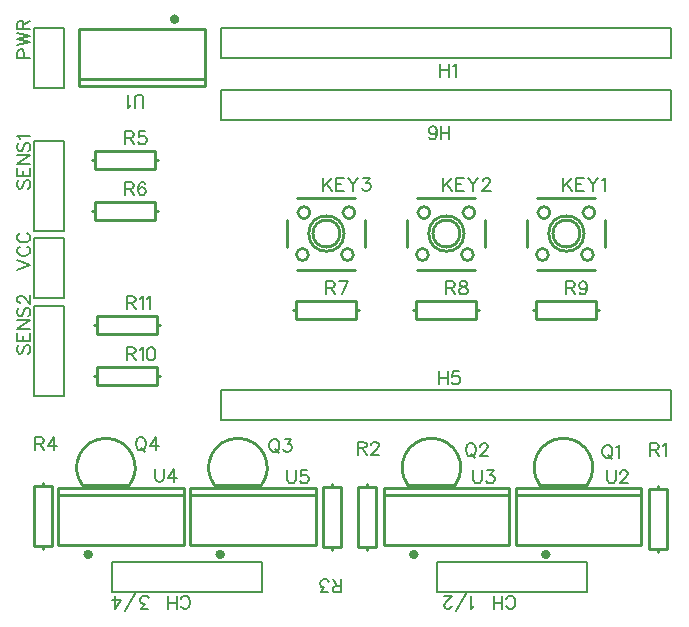
<source format=gto>
G04 Layer: TopSilkscreenLayer*
G04 EasyEDA v6.5.22, 2023-04-12 12:18:29*
G04 Gerber Generator version 0.2*
G04 Scale: 100 percent, Rotated: No, Reflected: No *
G04 Dimensions in millimeters *
G04 leading zeros omitted , absolute positions ,4 integer and 5 decimal *
%FSLAX45Y45*%
%MOMM*%

%ADD10C,0.1524*%
%ADD11C,0.2032*%
%ADD12C,0.2030*%
%ADD13C,0.2030*%
%ADD14C,0.2540*%
%ADD15C,0.4000*%
%ADD16C,0.0159*%

%LPD*%
D10*
X6716522Y4647692D02*
G01*
X6721856Y4637278D01*
X6732270Y4626863D01*
X6742429Y4621784D01*
X6763258Y4621784D01*
X6773672Y4626863D01*
X6784086Y4637278D01*
X6789420Y4647692D01*
X6794500Y4663439D01*
X6794500Y4689347D01*
X6789420Y4704842D01*
X6784086Y4715255D01*
X6773672Y4725670D01*
X6763258Y4730750D01*
X6742429Y4730750D01*
X6732270Y4725670D01*
X6721856Y4715255D01*
X6716522Y4704842D01*
X6682231Y4621784D02*
G01*
X6682231Y4730750D01*
X6609588Y4621784D02*
G01*
X6609588Y4730750D01*
X6682231Y4673600D02*
G01*
X6609588Y4673600D01*
X6575297Y4767326D02*
G01*
X6481825Y4767326D01*
X6447536Y4642612D02*
G01*
X6437122Y4637278D01*
X6421374Y4621784D01*
X6421374Y4730750D01*
X6293611Y4600955D02*
G01*
X6387084Y4767326D01*
X6254241Y4647692D02*
G01*
X6254241Y4642612D01*
X6248908Y4632197D01*
X6243827Y4626863D01*
X6233413Y4621784D01*
X6212586Y4621784D01*
X6202172Y4626863D01*
X6197091Y4632197D01*
X6191758Y4642612D01*
X6191758Y4653026D01*
X6197091Y4663439D01*
X6207506Y4678934D01*
X6259322Y4730750D01*
X6186677Y4730750D01*
X3960622Y4647692D02*
G01*
X3965956Y4637278D01*
X3976370Y4626863D01*
X3986529Y4621784D01*
X4007358Y4621784D01*
X4017772Y4626863D01*
X4028186Y4637278D01*
X4033520Y4647692D01*
X4038600Y4663439D01*
X4038600Y4689347D01*
X4033520Y4704842D01*
X4028186Y4715255D01*
X4017772Y4725670D01*
X4007358Y4730750D01*
X3986529Y4730750D01*
X3976370Y4725670D01*
X3965956Y4715255D01*
X3960622Y4704842D01*
X3926331Y4621784D02*
G01*
X3926331Y4730750D01*
X3853688Y4621784D02*
G01*
X3853688Y4730750D01*
X3926331Y4673600D02*
G01*
X3853688Y4673600D01*
X3819397Y4767326D02*
G01*
X3725925Y4767326D01*
X3681222Y4621784D02*
G01*
X3624072Y4621784D01*
X3655059Y4663439D01*
X3639565Y4663439D01*
X3629152Y4668520D01*
X3624072Y4673600D01*
X3618738Y4689347D01*
X3618738Y4699762D01*
X3624072Y4715255D01*
X3634486Y4725670D01*
X3649979Y4730750D01*
X3665474Y4730750D01*
X3681222Y4725670D01*
X3686302Y4720589D01*
X3691636Y4710176D01*
X3490975Y4600955D02*
G01*
X3584447Y4767326D01*
X3404870Y4621784D02*
G01*
X3456686Y4694428D01*
X3378708Y4694428D01*
X3404870Y4621784D02*
G01*
X3404870Y4730750D01*
X6159500Y9233915D02*
G01*
X6159500Y9124950D01*
X6232143Y9233915D02*
G01*
X6232143Y9124950D01*
X6159500Y9182100D02*
G01*
X6232143Y9182100D01*
X6266434Y9213087D02*
G01*
X6276847Y9218421D01*
X6292595Y9233915D01*
X6292595Y9124950D01*
X6146800Y6630415D02*
G01*
X6146800Y6521450D01*
X6219443Y6630415D02*
G01*
X6219443Y6521450D01*
X6146800Y6578600D02*
G01*
X6219443Y6578600D01*
X6316218Y6630415D02*
G01*
X6264147Y6630415D01*
X6259068Y6583679D01*
X6264147Y6588760D01*
X6279895Y6594094D01*
X6295390Y6594094D01*
X6310884Y6588760D01*
X6321297Y6578600D01*
X6326631Y6562852D01*
X6326631Y6552437D01*
X6321297Y6536944D01*
X6310884Y6526529D01*
X6295390Y6521450D01*
X6279895Y6521450D01*
X6264147Y6526529D01*
X6259068Y6531610D01*
X6253734Y6542023D01*
X6235700Y8596884D02*
G01*
X6235700Y8705850D01*
X6163056Y8596884D02*
G01*
X6163056Y8705850D01*
X6235700Y8648700D02*
G01*
X6163056Y8648700D01*
X6066281Y8612378D02*
G01*
X6071615Y8601963D01*
X6087109Y8596884D01*
X6097524Y8596884D01*
X6113018Y8601963D01*
X6123431Y8617712D01*
X6128765Y8643620D01*
X6128765Y8669528D01*
X6123431Y8690355D01*
X6113018Y8700770D01*
X6097524Y8705850D01*
X6092190Y8705850D01*
X6076695Y8700770D01*
X6066281Y8690355D01*
X6061202Y8674862D01*
X6061202Y8669528D01*
X6066281Y8654034D01*
X6076695Y8643620D01*
X6092190Y8638539D01*
X6097524Y8638539D01*
X6113018Y8643620D01*
X6123431Y8654034D01*
X6128765Y8669528D01*
X2577084Y7493000D02*
G01*
X2686050Y7534655D01*
X2577084Y7576058D02*
G01*
X2686050Y7534655D01*
X2602991Y7688326D02*
G01*
X2592577Y7683245D01*
X2582163Y7672831D01*
X2577084Y7662418D01*
X2577084Y7641589D01*
X2582163Y7631176D01*
X2592577Y7620762D01*
X2602991Y7615681D01*
X2618740Y7610347D01*
X2644647Y7610347D01*
X2660141Y7615681D01*
X2670556Y7620762D01*
X2680970Y7631176D01*
X2686050Y7641589D01*
X2686050Y7662418D01*
X2680970Y7672831D01*
X2670556Y7683245D01*
X2660141Y7688326D01*
X2602991Y7800594D02*
G01*
X2592577Y7795260D01*
X2582163Y7785100D01*
X2577084Y7774686D01*
X2577084Y7753858D01*
X2582163Y7743444D01*
X2592577Y7733029D01*
X2602991Y7727950D01*
X2618740Y7722615D01*
X2644647Y7722615D01*
X2660141Y7727950D01*
X2670556Y7733029D01*
X2680970Y7743444D01*
X2686050Y7753858D01*
X2686050Y7774686D01*
X2680970Y7785100D01*
X2670556Y7795260D01*
X2660141Y7800594D01*
X2577084Y9283700D02*
G01*
X2686050Y9283700D01*
X2577084Y9283700D02*
G01*
X2577084Y9330436D01*
X2582163Y9345929D01*
X2587497Y9351263D01*
X2597911Y9356344D01*
X2613406Y9356344D01*
X2623820Y9351263D01*
X2628900Y9345929D01*
X2634234Y9330436D01*
X2634234Y9283700D01*
X2577084Y9390634D02*
G01*
X2686050Y9416795D01*
X2577084Y9442704D02*
G01*
X2686050Y9416795D01*
X2577084Y9442704D02*
G01*
X2686050Y9468612D01*
X2577084Y9494520D02*
G01*
X2686050Y9468612D01*
X2577084Y9528810D02*
G01*
X2686050Y9528810D01*
X2577084Y9528810D02*
G01*
X2577084Y9575800D01*
X2582163Y9591294D01*
X2587497Y9596374D01*
X2597911Y9601708D01*
X2608325Y9601708D01*
X2618740Y9596374D01*
X2623820Y9591294D01*
X2628900Y9575800D01*
X2628900Y9528810D01*
X2628900Y9565386D02*
G01*
X2686050Y9601708D01*
X7200900Y8268715D02*
G01*
X7200900Y8159750D01*
X7273543Y8268715D02*
G01*
X7200900Y8196071D01*
X7226808Y8221979D02*
G01*
X7273543Y8159750D01*
X7307834Y8268715D02*
G01*
X7307834Y8159750D01*
X7307834Y8268715D02*
G01*
X7375397Y8268715D01*
X7307834Y8216900D02*
G01*
X7349490Y8216900D01*
X7307834Y8159750D02*
G01*
X7375397Y8159750D01*
X7409688Y8268715D02*
G01*
X7451343Y8216900D01*
X7451343Y8159750D01*
X7493000Y8268715D02*
G01*
X7451343Y8216900D01*
X7527290Y8247887D02*
G01*
X7537450Y8253221D01*
X7553197Y8268715D01*
X7553197Y8159750D01*
X6184900Y8268715D02*
G01*
X6184900Y8159750D01*
X6257543Y8268715D02*
G01*
X6184900Y8196071D01*
X6210808Y8221979D02*
G01*
X6257543Y8159750D01*
X6291834Y8268715D02*
G01*
X6291834Y8159750D01*
X6291834Y8268715D02*
G01*
X6359397Y8268715D01*
X6291834Y8216900D02*
G01*
X6333490Y8216900D01*
X6291834Y8159750D02*
G01*
X6359397Y8159750D01*
X6393688Y8268715D02*
G01*
X6435343Y8216900D01*
X6435343Y8159750D01*
X6477000Y8268715D02*
G01*
X6435343Y8216900D01*
X6516370Y8242808D02*
G01*
X6516370Y8247887D01*
X6521450Y8258302D01*
X6526784Y8263636D01*
X6537197Y8268715D01*
X6558025Y8268715D01*
X6568440Y8263636D01*
X6573520Y8258302D01*
X6578600Y8247887D01*
X6578600Y8237473D01*
X6573520Y8227060D01*
X6563106Y8211565D01*
X6511290Y8159750D01*
X6583934Y8159750D01*
X5168900Y8268715D02*
G01*
X5168900Y8159750D01*
X5241543Y8268715D02*
G01*
X5168900Y8196071D01*
X5194808Y8221979D02*
G01*
X5241543Y8159750D01*
X5275834Y8268715D02*
G01*
X5275834Y8159750D01*
X5275834Y8268715D02*
G01*
X5343397Y8268715D01*
X5275834Y8216900D02*
G01*
X5317490Y8216900D01*
X5275834Y8159750D02*
G01*
X5343397Y8159750D01*
X5377688Y8268715D02*
G01*
X5419343Y8216900D01*
X5419343Y8159750D01*
X5461000Y8268715D02*
G01*
X5419343Y8216900D01*
X5505450Y8268715D02*
G01*
X5562600Y8268715D01*
X5531611Y8227060D01*
X5547106Y8227060D01*
X5557520Y8221979D01*
X5562600Y8216900D01*
X5567934Y8201152D01*
X5567934Y8190737D01*
X5562600Y8175244D01*
X5552440Y8164829D01*
X5536691Y8159750D01*
X5521197Y8159750D01*
X5505450Y8164829D01*
X5500370Y8169910D01*
X5495290Y8180323D01*
X7562341Y6008115D02*
G01*
X7551927Y6003036D01*
X7541513Y5992621D01*
X7536179Y5982207D01*
X7531100Y5966460D01*
X7531100Y5940552D01*
X7536179Y5925057D01*
X7541513Y5914644D01*
X7551927Y5904229D01*
X7562341Y5899150D01*
X7583170Y5899150D01*
X7593329Y5904229D01*
X7603743Y5914644D01*
X7609077Y5925057D01*
X7614158Y5940552D01*
X7614158Y5966460D01*
X7609077Y5982207D01*
X7603743Y5992621D01*
X7593329Y6003036D01*
X7583170Y6008115D01*
X7562341Y6008115D01*
X7577836Y5919723D02*
G01*
X7609077Y5888736D01*
X7648447Y5987287D02*
G01*
X7658861Y5992621D01*
X7674609Y6008115D01*
X7674609Y5899150D01*
X6406641Y6020815D02*
G01*
X6396227Y6015736D01*
X6385813Y6005321D01*
X6380479Y5994907D01*
X6375400Y5979160D01*
X6375400Y5953252D01*
X6380479Y5937757D01*
X6385813Y5927344D01*
X6396227Y5916929D01*
X6406641Y5911850D01*
X6427470Y5911850D01*
X6437629Y5916929D01*
X6448043Y5927344D01*
X6453377Y5937757D01*
X6458458Y5953252D01*
X6458458Y5979160D01*
X6453377Y5994907D01*
X6448043Y6005321D01*
X6437629Y6015736D01*
X6427470Y6020815D01*
X6406641Y6020815D01*
X6422136Y5932423D02*
G01*
X6453377Y5901436D01*
X6498081Y5994907D02*
G01*
X6498081Y5999987D01*
X6503161Y6010402D01*
X6508495Y6015736D01*
X6518909Y6020815D01*
X6539484Y6020815D01*
X6549897Y6015736D01*
X6555231Y6010402D01*
X6560311Y5999987D01*
X6560311Y5989573D01*
X6555231Y5979160D01*
X6544818Y5963665D01*
X6492747Y5911850D01*
X6565645Y5911850D01*
X4742944Y6058918D02*
G01*
X4732530Y6053838D01*
X4722116Y6043424D01*
X4716782Y6033010D01*
X4711702Y6017262D01*
X4711702Y5991354D01*
X4716782Y5975860D01*
X4722116Y5965446D01*
X4732530Y5955032D01*
X4742944Y5949952D01*
X4763772Y5949952D01*
X4773932Y5955032D01*
X4784346Y5965446D01*
X4789680Y5975860D01*
X4794760Y5991354D01*
X4794760Y6017262D01*
X4789680Y6033010D01*
X4784346Y6043424D01*
X4773932Y6053838D01*
X4763772Y6058918D01*
X4742944Y6058918D01*
X4758438Y5970526D02*
G01*
X4789680Y5939538D01*
X4839464Y6058918D02*
G01*
X4896614Y6058918D01*
X4865372Y6017262D01*
X4881120Y6017262D01*
X4891534Y6012182D01*
X4896614Y6007102D01*
X4901948Y5991354D01*
X4901948Y5980940D01*
X4896614Y5965446D01*
X4886200Y5955032D01*
X4870706Y5949952D01*
X4855212Y5949952D01*
X4839464Y5955032D01*
X4834384Y5960112D01*
X4829050Y5970526D01*
X3612644Y6071618D02*
G01*
X3602230Y6066538D01*
X3591816Y6056124D01*
X3586482Y6045710D01*
X3581402Y6029962D01*
X3581402Y6004054D01*
X3586482Y5988560D01*
X3591816Y5978146D01*
X3602230Y5967732D01*
X3612644Y5962652D01*
X3633472Y5962652D01*
X3643632Y5967732D01*
X3654046Y5978146D01*
X3659380Y5988560D01*
X3664460Y6004054D01*
X3664460Y6029962D01*
X3659380Y6045710D01*
X3654046Y6056124D01*
X3643632Y6066538D01*
X3633472Y6071618D01*
X3612644Y6071618D01*
X3628138Y5983226D02*
G01*
X3659380Y5952238D01*
X3750820Y6071618D02*
G01*
X3698750Y5998974D01*
X3776728Y5998974D01*
X3750820Y6071618D02*
G01*
X3750820Y5962652D01*
X7937500Y6020815D02*
G01*
X7937500Y5911850D01*
X7937500Y6020815D02*
G01*
X7984236Y6020815D01*
X7999729Y6015736D01*
X8005063Y6010402D01*
X8010143Y5999987D01*
X8010143Y5989573D01*
X8005063Y5979160D01*
X7999729Y5974079D01*
X7984236Y5969000D01*
X7937500Y5969000D01*
X7973822Y5969000D02*
G01*
X8010143Y5911850D01*
X8044434Y5999987D02*
G01*
X8054847Y6005321D01*
X8070595Y6020815D01*
X8070595Y5911850D01*
X5461000Y6033515D02*
G01*
X5461000Y5924550D01*
X5461000Y6033515D02*
G01*
X5507736Y6033515D01*
X5523229Y6028436D01*
X5528563Y6023102D01*
X5533643Y6012687D01*
X5533643Y6002273D01*
X5528563Y5991860D01*
X5523229Y5986779D01*
X5507736Y5981700D01*
X5461000Y5981700D01*
X5497322Y5981700D02*
G01*
X5533643Y5924550D01*
X5573268Y6007607D02*
G01*
X5573268Y6012687D01*
X5578347Y6023102D01*
X5583681Y6028436D01*
X5594095Y6033515D01*
X5614670Y6033515D01*
X5625084Y6028436D01*
X5630418Y6023102D01*
X5635497Y6012687D01*
X5635497Y6002273D01*
X5630418Y5991860D01*
X5620004Y5976365D01*
X5567934Y5924550D01*
X5640831Y5924550D01*
X5321297Y4761486D02*
G01*
X5321297Y4870452D01*
X5321297Y4761486D02*
G01*
X5274561Y4761486D01*
X5259067Y4766566D01*
X5253733Y4771900D01*
X5248653Y4782314D01*
X5248653Y4792728D01*
X5253733Y4803142D01*
X5259067Y4808222D01*
X5274561Y4813302D01*
X5321297Y4813302D01*
X5284975Y4813302D02*
G01*
X5248653Y4870452D01*
X5203949Y4761486D02*
G01*
X5146799Y4761486D01*
X5177787Y4803142D01*
X5162293Y4803142D01*
X5151879Y4808222D01*
X5146799Y4813302D01*
X5141465Y4829050D01*
X5141465Y4839464D01*
X5146799Y4854958D01*
X5157213Y4865372D01*
X5172707Y4870452D01*
X5188201Y4870452D01*
X5203949Y4865372D01*
X5209029Y4860292D01*
X5214363Y4849878D01*
X2730502Y6071613D02*
G01*
X2730502Y5962647D01*
X2730502Y6071613D02*
G01*
X2777238Y6071613D01*
X2792732Y6066533D01*
X2798066Y6061199D01*
X2803146Y6050785D01*
X2803146Y6040371D01*
X2798066Y6029957D01*
X2792732Y6024877D01*
X2777238Y6019797D01*
X2730502Y6019797D01*
X2766824Y6019797D02*
G01*
X2803146Y5962647D01*
X2889506Y6071613D02*
G01*
X2837436Y5998969D01*
X2915414Y5998969D01*
X2889506Y6071613D02*
G01*
X2889506Y5962647D01*
X3492500Y8662415D02*
G01*
X3492500Y8553450D01*
X3492500Y8662415D02*
G01*
X3539236Y8662415D01*
X3554729Y8657336D01*
X3560063Y8652002D01*
X3565143Y8641587D01*
X3565143Y8631174D01*
X3560063Y8620760D01*
X3554729Y8615679D01*
X3539236Y8610600D01*
X3492500Y8610600D01*
X3528822Y8610600D02*
G01*
X3565143Y8553450D01*
X3661918Y8662415D02*
G01*
X3609847Y8662415D01*
X3604768Y8615679D01*
X3609847Y8620760D01*
X3625595Y8626094D01*
X3641090Y8626094D01*
X3656584Y8620760D01*
X3666997Y8610600D01*
X3672331Y8594852D01*
X3672331Y8584437D01*
X3666997Y8568944D01*
X3656584Y8558529D01*
X3641090Y8553450D01*
X3625595Y8553450D01*
X3609847Y8558529D01*
X3604768Y8563610D01*
X3599434Y8574024D01*
X3492500Y8230615D02*
G01*
X3492500Y8121650D01*
X3492500Y8230615D02*
G01*
X3539236Y8230615D01*
X3554729Y8225536D01*
X3560063Y8220202D01*
X3565143Y8209787D01*
X3565143Y8199373D01*
X3560063Y8188960D01*
X3554729Y8183879D01*
X3539236Y8178800D01*
X3492500Y8178800D01*
X3528822Y8178800D02*
G01*
X3565143Y8121650D01*
X3661918Y8215121D02*
G01*
X3656584Y8225536D01*
X3641090Y8230615D01*
X3630675Y8230615D01*
X3615181Y8225536D01*
X3604768Y8209787D01*
X3599434Y8183879D01*
X3599434Y8157971D01*
X3604768Y8137144D01*
X3615181Y8126729D01*
X3630675Y8121650D01*
X3636009Y8121650D01*
X3651504Y8126729D01*
X3661918Y8137144D01*
X3666997Y8152637D01*
X3666997Y8157971D01*
X3661918Y8173465D01*
X3651504Y8183879D01*
X3636009Y8188960D01*
X3630675Y8188960D01*
X3615181Y8183879D01*
X3604768Y8173465D01*
X3599434Y8157971D01*
X5194300Y7392415D02*
G01*
X5194300Y7283450D01*
X5194300Y7392415D02*
G01*
X5241036Y7392415D01*
X5256529Y7387336D01*
X5261863Y7382002D01*
X5266943Y7371587D01*
X5266943Y7361173D01*
X5261863Y7350760D01*
X5256529Y7345679D01*
X5241036Y7340600D01*
X5194300Y7340600D01*
X5230622Y7340600D02*
G01*
X5266943Y7283450D01*
X5374131Y7392415D02*
G01*
X5322061Y7283450D01*
X5301234Y7392415D02*
G01*
X5374131Y7392415D01*
X6210300Y7392415D02*
G01*
X6210300Y7283450D01*
X6210300Y7392415D02*
G01*
X6257036Y7392415D01*
X6272529Y7387336D01*
X6277863Y7382002D01*
X6282943Y7371587D01*
X6282943Y7361173D01*
X6277863Y7350760D01*
X6272529Y7345679D01*
X6257036Y7340600D01*
X6210300Y7340600D01*
X6246622Y7340600D02*
G01*
X6282943Y7283450D01*
X6343395Y7392415D02*
G01*
X6327647Y7387336D01*
X6322568Y7376921D01*
X6322568Y7366508D01*
X6327647Y7356094D01*
X6338061Y7350760D01*
X6358890Y7345679D01*
X6374384Y7340600D01*
X6384797Y7330186D01*
X6390131Y7319771D01*
X6390131Y7304023D01*
X6384797Y7293610D01*
X6379718Y7288529D01*
X6363970Y7283450D01*
X6343395Y7283450D01*
X6327647Y7288529D01*
X6322568Y7293610D01*
X6317234Y7304023D01*
X6317234Y7319771D01*
X6322568Y7330186D01*
X6332981Y7340600D01*
X6348475Y7345679D01*
X6369304Y7350760D01*
X6379718Y7356094D01*
X6384797Y7366508D01*
X6384797Y7376921D01*
X6379718Y7387336D01*
X6363970Y7392415D01*
X6343395Y7392415D01*
X7226300Y7392415D02*
G01*
X7226300Y7283450D01*
X7226300Y7392415D02*
G01*
X7273036Y7392415D01*
X7288529Y7387336D01*
X7293863Y7382002D01*
X7298943Y7371587D01*
X7298943Y7361173D01*
X7293863Y7350760D01*
X7288529Y7345679D01*
X7273036Y7340600D01*
X7226300Y7340600D01*
X7262622Y7340600D02*
G01*
X7298943Y7283450D01*
X7400797Y7356094D02*
G01*
X7395718Y7340600D01*
X7385304Y7330186D01*
X7369809Y7324852D01*
X7364475Y7324852D01*
X7348981Y7330186D01*
X7338568Y7340600D01*
X7333234Y7356094D01*
X7333234Y7361173D01*
X7338568Y7376921D01*
X7348981Y7387336D01*
X7364475Y7392415D01*
X7369809Y7392415D01*
X7385304Y7387336D01*
X7395718Y7376921D01*
X7400797Y7356094D01*
X7400797Y7330186D01*
X7395718Y7304023D01*
X7385304Y7288529D01*
X7369809Y7283450D01*
X7359395Y7283450D01*
X7343647Y7288529D01*
X7338568Y7298944D01*
X3505200Y6833615D02*
G01*
X3505200Y6724650D01*
X3505200Y6833615D02*
G01*
X3551936Y6833615D01*
X3567429Y6828536D01*
X3572763Y6823202D01*
X3577843Y6812787D01*
X3577843Y6802373D01*
X3572763Y6791960D01*
X3567429Y6786879D01*
X3551936Y6781800D01*
X3505200Y6781800D01*
X3541522Y6781800D02*
G01*
X3577843Y6724650D01*
X3612134Y6812787D02*
G01*
X3622547Y6818121D01*
X3638295Y6833615D01*
X3638295Y6724650D01*
X3703574Y6833615D02*
G01*
X3688079Y6828536D01*
X3677665Y6812787D01*
X3672586Y6786879D01*
X3672586Y6771386D01*
X3677665Y6745223D01*
X3688079Y6729729D01*
X3703574Y6724650D01*
X3713988Y6724650D01*
X3729736Y6729729D01*
X3740150Y6745223D01*
X3745229Y6771386D01*
X3745229Y6786879D01*
X3740150Y6812787D01*
X3729736Y6828536D01*
X3713988Y6833615D01*
X3703574Y6833615D01*
X3505200Y7265415D02*
G01*
X3505200Y7156450D01*
X3505200Y7265415D02*
G01*
X3551936Y7265415D01*
X3567429Y7260336D01*
X3572763Y7255002D01*
X3577843Y7244587D01*
X3577843Y7234173D01*
X3572763Y7223760D01*
X3567429Y7218679D01*
X3551936Y7213600D01*
X3505200Y7213600D01*
X3541522Y7213600D02*
G01*
X3577843Y7156450D01*
X3612134Y7244587D02*
G01*
X3622547Y7249921D01*
X3638295Y7265415D01*
X3638295Y7156450D01*
X3672586Y7244587D02*
G01*
X3683000Y7249921D01*
X3698493Y7265415D01*
X3698493Y7156450D01*
X2592577Y8251444D02*
G01*
X2582163Y8241029D01*
X2577084Y8225536D01*
X2577084Y8204708D01*
X2582163Y8189213D01*
X2592577Y8178800D01*
X2602991Y8178800D01*
X2613406Y8183879D01*
X2618740Y8189213D01*
X2623820Y8199628D01*
X2634234Y8230870D01*
X2639313Y8241029D01*
X2644647Y8246363D01*
X2655061Y8251444D01*
X2670556Y8251444D01*
X2680970Y8241029D01*
X2686050Y8225536D01*
X2686050Y8204708D01*
X2680970Y8189213D01*
X2670556Y8178800D01*
X2577084Y8285734D02*
G01*
X2686050Y8285734D01*
X2577084Y8285734D02*
G01*
X2577084Y8353297D01*
X2628900Y8285734D02*
G01*
X2628900Y8327389D01*
X2686050Y8285734D02*
G01*
X2686050Y8353297D01*
X2577084Y8387587D02*
G01*
X2686050Y8387587D01*
X2577084Y8387587D02*
G01*
X2686050Y8460486D01*
X2577084Y8460486D02*
G01*
X2686050Y8460486D01*
X2592577Y8567420D02*
G01*
X2582163Y8557005D01*
X2577084Y8541512D01*
X2577084Y8520684D01*
X2582163Y8505189D01*
X2592577Y8494776D01*
X2602991Y8494776D01*
X2613406Y8499855D01*
X2618740Y8505189D01*
X2623820Y8515350D01*
X2634234Y8546592D01*
X2639313Y8557005D01*
X2644647Y8562339D01*
X2655061Y8567420D01*
X2670556Y8567420D01*
X2680970Y8557005D01*
X2686050Y8541512D01*
X2686050Y8520684D01*
X2680970Y8505189D01*
X2670556Y8494776D01*
X2597911Y8601710D02*
G01*
X2592577Y8612124D01*
X2577084Y8627618D01*
X2686050Y8627618D01*
X2592577Y6854444D02*
G01*
X2582163Y6844029D01*
X2577084Y6828536D01*
X2577084Y6807708D01*
X2582163Y6792213D01*
X2592577Y6781800D01*
X2602991Y6781800D01*
X2613406Y6786879D01*
X2618740Y6792213D01*
X2623820Y6802628D01*
X2634234Y6833870D01*
X2639313Y6844029D01*
X2644647Y6849363D01*
X2655061Y6854444D01*
X2670556Y6854444D01*
X2680970Y6844029D01*
X2686050Y6828536D01*
X2686050Y6807708D01*
X2680970Y6792213D01*
X2670556Y6781800D01*
X2577084Y6888734D02*
G01*
X2686050Y6888734D01*
X2577084Y6888734D02*
G01*
X2577084Y6956297D01*
X2628900Y6888734D02*
G01*
X2628900Y6930389D01*
X2686050Y6888734D02*
G01*
X2686050Y6956297D01*
X2577084Y6990587D02*
G01*
X2686050Y6990587D01*
X2577084Y6990587D02*
G01*
X2686050Y7063486D01*
X2577084Y7063486D02*
G01*
X2686050Y7063486D01*
X2592577Y7170420D02*
G01*
X2582163Y7160005D01*
X2577084Y7144512D01*
X2577084Y7123684D01*
X2582163Y7108189D01*
X2592577Y7097776D01*
X2602991Y7097776D01*
X2613406Y7102855D01*
X2618740Y7108189D01*
X2623820Y7118350D01*
X2634234Y7149592D01*
X2639313Y7160005D01*
X2644647Y7165339D01*
X2655061Y7170420D01*
X2670556Y7170420D01*
X2680970Y7160005D01*
X2686050Y7144512D01*
X2686050Y7123684D01*
X2680970Y7108189D01*
X2670556Y7097776D01*
X2602991Y7209789D02*
G01*
X2597911Y7209789D01*
X2587497Y7215123D01*
X2582163Y7220204D01*
X2577084Y7230618D01*
X2577084Y7251445D01*
X2582163Y7261860D01*
X2587497Y7266939D01*
X2597911Y7272273D01*
X2608325Y7272273D01*
X2618740Y7266939D01*
X2634234Y7256779D01*
X2686050Y7204710D01*
X2686050Y7277354D01*
X3644912Y8863088D02*
G01*
X3644912Y8941066D01*
X3639832Y8956560D01*
X3629418Y8966974D01*
X3613670Y8972054D01*
X3603256Y8972054D01*
X3587762Y8966974D01*
X3577348Y8956560D01*
X3572268Y8941066D01*
X3572268Y8863088D01*
X3537978Y8883916D02*
G01*
X3527564Y8878582D01*
X3511816Y8863088D01*
X3511816Y8972054D01*
X7569187Y5792228D02*
G01*
X7569187Y5714250D01*
X7574267Y5698756D01*
X7584681Y5688342D01*
X7600429Y5683262D01*
X7610843Y5683262D01*
X7626337Y5688342D01*
X7636751Y5698756D01*
X7641831Y5714250D01*
X7641831Y5792228D01*
X7681455Y5766320D02*
G01*
X7681455Y5771400D01*
X7686535Y5781814D01*
X7691869Y5787148D01*
X7702283Y5792228D01*
X7722857Y5792228D01*
X7733271Y5787148D01*
X7738605Y5781814D01*
X7743685Y5771400D01*
X7743685Y5760986D01*
X7738605Y5750572D01*
X7728191Y5735078D01*
X7676121Y5683262D01*
X7749019Y5683262D01*
X6438887Y5792228D02*
G01*
X6438887Y5714250D01*
X6443967Y5698756D01*
X6454381Y5688342D01*
X6470129Y5683262D01*
X6480543Y5683262D01*
X6496037Y5688342D01*
X6506451Y5698756D01*
X6511531Y5714250D01*
X6511531Y5792228D01*
X6556235Y5792228D02*
G01*
X6613385Y5792228D01*
X6582397Y5750572D01*
X6597891Y5750572D01*
X6608305Y5745492D01*
X6613385Y5740412D01*
X6618719Y5724664D01*
X6618719Y5714250D01*
X6613385Y5698756D01*
X6602971Y5688342D01*
X6587477Y5683262D01*
X6571983Y5683262D01*
X6556235Y5688342D01*
X6551155Y5693422D01*
X6545821Y5703836D01*
X3746512Y5804903D02*
G01*
X3746512Y5726925D01*
X3751592Y5711431D01*
X3762006Y5701017D01*
X3777754Y5695937D01*
X3788168Y5695937D01*
X3803662Y5701017D01*
X3814076Y5711431D01*
X3819156Y5726925D01*
X3819156Y5804903D01*
X3905516Y5804903D02*
G01*
X3853446Y5732259D01*
X3931424Y5732259D01*
X3905516Y5804903D02*
G01*
X3905516Y5695937D01*
X4864112Y5792203D02*
G01*
X4864112Y5714225D01*
X4869192Y5698731D01*
X4879606Y5688317D01*
X4895354Y5683237D01*
X4905768Y5683237D01*
X4921262Y5688317D01*
X4931676Y5698731D01*
X4936756Y5714225D01*
X4936756Y5792203D01*
X5033530Y5792203D02*
G01*
X4981460Y5792203D01*
X4976380Y5745467D01*
X4981460Y5750547D01*
X4997208Y5755881D01*
X5012702Y5755881D01*
X5028196Y5750547D01*
X5038610Y5740387D01*
X5043944Y5724639D01*
X5043944Y5714225D01*
X5038610Y5698731D01*
X5028196Y5688317D01*
X5012702Y5683237D01*
X4997208Y5683237D01*
X4981460Y5688317D01*
X4976380Y5693397D01*
X4971046Y5703811D01*
D11*
X7213600Y4762500D02*
G01*
X7404100Y4762500D01*
X7404100Y5016500D01*
X6134100Y5016500D01*
X6134100Y4762500D01*
D12*
X6134100Y4762500D02*
G01*
X7213600Y4762500D01*
D11*
X4457700Y4762500D02*
G01*
X4648200Y4762500D01*
X4648200Y5016500D01*
X3378200Y5016500D01*
X3378200Y4762500D01*
D12*
X3378200Y4762500D02*
G01*
X4457700Y4762500D01*
D11*
X8115300Y9537700D02*
G01*
X8115300Y9537700D01*
X8115300Y9283700D01*
X4305300Y9283700D01*
X4305300Y9537700D01*
X4495800Y9537700D01*
D13*
X8115300Y9537700D02*
G01*
X4495800Y9537700D01*
D11*
X4305300Y6223000D02*
G01*
X4305300Y6223000D01*
X4305300Y6477000D01*
X8115300Y6477000D01*
X8115300Y6223000D01*
X7924800Y6223000D01*
D13*
X4305300Y6223000D02*
G01*
X7924800Y6223000D01*
D11*
X4305300Y8763000D02*
G01*
X4305300Y8763000D01*
X4305300Y9017000D01*
X8115300Y9017000D01*
X8115300Y8763000D01*
X7924800Y8763000D01*
D13*
X4305300Y8763000D02*
G01*
X7924800Y8763000D01*
D11*
X2971800Y7251700D02*
G01*
X2720340Y7251700D01*
X2720340Y7759700D01*
X2971800Y7759700D01*
X2971800Y7251700D01*
X2971800Y9029700D02*
G01*
X2720340Y9029700D01*
X2720340Y9537700D01*
X2971800Y9537700D01*
X2971800Y9029700D01*
D14*
X7556500Y7909844D02*
G01*
X7556500Y7685755D01*
X6981286Y8102600D02*
G01*
X7471313Y8102600D01*
X6896100Y7909844D02*
G01*
X6896100Y7685755D01*
X6981286Y7493000D02*
G01*
X7471313Y7493000D01*
X6540500Y7909844D02*
G01*
X6540500Y7685755D01*
X5965286Y8102600D02*
G01*
X6455313Y8102600D01*
X5880100Y7909844D02*
G01*
X5880100Y7685755D01*
X5965286Y7493000D02*
G01*
X6455313Y7493000D01*
X5524500Y7909844D02*
G01*
X5524500Y7685755D01*
X4949286Y8102600D02*
G01*
X5439313Y8102600D01*
X4864100Y7909844D02*
G01*
X4864100Y7685755D01*
X4949286Y7493000D02*
G01*
X5439313Y7493000D01*
X7398890Y5666612D02*
G01*
X7002909Y5666612D01*
X6281290Y5666612D02*
G01*
X5885309Y5666612D01*
X4642990Y5666612D02*
G01*
X4247009Y5666612D01*
X3525390Y5666612D02*
G01*
X3129409Y5666612D01*
X8001000Y5638800D02*
G01*
X8001000Y5664200D01*
X8001000Y5130800D02*
G01*
X8001000Y5105400D01*
X8001000Y5638800D02*
G01*
X8077200Y5638800D01*
X7924800Y5638800D02*
G01*
X8001000Y5638800D01*
X7924800Y5130800D02*
G01*
X7924800Y5638800D01*
X8001000Y5130800D02*
G01*
X7924800Y5130800D01*
X8077200Y5130800D02*
G01*
X8001000Y5130800D01*
X8077200Y5638800D02*
G01*
X8077200Y5130800D01*
X5537200Y5143500D02*
G01*
X5537200Y5118100D01*
X5537200Y5651500D02*
G01*
X5537200Y5676900D01*
X5537200Y5143500D02*
G01*
X5461000Y5143500D01*
X5613400Y5143500D02*
G01*
X5537200Y5143500D01*
X5613400Y5651500D02*
G01*
X5613400Y5143500D01*
X5537200Y5651500D02*
G01*
X5613400Y5651500D01*
X5461000Y5651500D02*
G01*
X5537200Y5651500D01*
X5461000Y5143500D02*
G01*
X5461000Y5651500D01*
X5245100Y5143500D02*
G01*
X5245100Y5118100D01*
X5245100Y5651500D02*
G01*
X5245100Y5676900D01*
X5245100Y5143500D02*
G01*
X5168900Y5143500D01*
X5321300Y5143500D02*
G01*
X5245100Y5143500D01*
X5321300Y5651500D02*
G01*
X5321300Y5143500D01*
X5245100Y5651500D02*
G01*
X5321300Y5651500D01*
X5168900Y5651500D02*
G01*
X5245100Y5651500D01*
X5168900Y5143500D02*
G01*
X5168900Y5651500D01*
X2794000Y5156200D02*
G01*
X2794000Y5130800D01*
X2794000Y5664200D02*
G01*
X2794000Y5689600D01*
X2794000Y5156200D02*
G01*
X2717800Y5156200D01*
X2870200Y5156200D02*
G01*
X2794000Y5156200D01*
X2870200Y5664200D02*
G01*
X2870200Y5156200D01*
X2794000Y5664200D02*
G01*
X2870200Y5664200D01*
X2717800Y5664200D02*
G01*
X2794000Y5664200D01*
X2717800Y5156200D02*
G01*
X2717800Y5664200D01*
X3238500Y8420100D02*
G01*
X3213100Y8420100D01*
X3746500Y8420100D02*
G01*
X3771900Y8420100D01*
X3238500Y8420100D02*
G01*
X3238500Y8496300D01*
X3238500Y8343900D02*
G01*
X3238500Y8420100D01*
X3746500Y8343900D02*
G01*
X3238500Y8343900D01*
X3746500Y8420100D02*
G01*
X3746500Y8343900D01*
X3746500Y8496300D02*
G01*
X3746500Y8420100D01*
X3238500Y8496300D02*
G01*
X3746500Y8496300D01*
X3238500Y7988300D02*
G01*
X3213100Y7988300D01*
X3746500Y7988300D02*
G01*
X3771900Y7988300D01*
X3238500Y7988300D02*
G01*
X3238500Y8064500D01*
X3238500Y7912100D02*
G01*
X3238500Y7988300D01*
X3746500Y7912100D02*
G01*
X3238500Y7912100D01*
X3746500Y7988300D02*
G01*
X3746500Y7912100D01*
X3746500Y8064500D02*
G01*
X3746500Y7988300D01*
X3238500Y8064500D02*
G01*
X3746500Y8064500D01*
X4940300Y7150100D02*
G01*
X4914900Y7150100D01*
X5448300Y7150100D02*
G01*
X5473700Y7150100D01*
X4940300Y7150100D02*
G01*
X4940300Y7226300D01*
X4940300Y7073900D02*
G01*
X4940300Y7150100D01*
X5448300Y7073900D02*
G01*
X4940300Y7073900D01*
X5448300Y7150100D02*
G01*
X5448300Y7073900D01*
X5448300Y7226300D02*
G01*
X5448300Y7150100D01*
X4940300Y7226300D02*
G01*
X5448300Y7226300D01*
X5956300Y7150100D02*
G01*
X5930900Y7150100D01*
X6464300Y7150100D02*
G01*
X6489700Y7150100D01*
X5956300Y7150100D02*
G01*
X5956300Y7226300D01*
X5956300Y7073900D02*
G01*
X5956300Y7150100D01*
X6464300Y7073900D02*
G01*
X5956300Y7073900D01*
X6464300Y7150100D02*
G01*
X6464300Y7073900D01*
X6464300Y7226300D02*
G01*
X6464300Y7150100D01*
X5956300Y7226300D02*
G01*
X6464300Y7226300D01*
X6972300Y7150100D02*
G01*
X6946900Y7150100D01*
X7480300Y7150100D02*
G01*
X7505700Y7150100D01*
X6972300Y7150100D02*
G01*
X6972300Y7226300D01*
X6972300Y7073900D02*
G01*
X6972300Y7150100D01*
X7480300Y7073900D02*
G01*
X6972300Y7073900D01*
X7480300Y7150100D02*
G01*
X7480300Y7073900D01*
X7480300Y7226300D02*
G01*
X7480300Y7150100D01*
X6972300Y7226300D02*
G01*
X7480300Y7226300D01*
X3251200Y6591300D02*
G01*
X3225800Y6591300D01*
X3759200Y6591300D02*
G01*
X3784600Y6591300D01*
X3251200Y6591300D02*
G01*
X3251200Y6667500D01*
X3251200Y6515100D02*
G01*
X3251200Y6591300D01*
X3759200Y6515100D02*
G01*
X3251200Y6515100D01*
X3759200Y6591300D02*
G01*
X3759200Y6515100D01*
X3759200Y6667500D02*
G01*
X3759200Y6591300D01*
X3251200Y6667500D02*
G01*
X3759200Y6667500D01*
X3251200Y7023100D02*
G01*
X3225800Y7023100D01*
X3759200Y7023100D02*
G01*
X3784600Y7023100D01*
X3251200Y7023100D02*
G01*
X3251200Y7099300D01*
X3251200Y6946900D02*
G01*
X3251200Y7023100D01*
X3759200Y6946900D02*
G01*
X3251200Y6946900D01*
X3759200Y7023100D02*
G01*
X3759200Y6946900D01*
X3759200Y7099300D02*
G01*
X3759200Y7023100D01*
X3251200Y7099300D02*
G01*
X3759200Y7099300D01*
D11*
X2717800Y8331200D02*
G01*
X2717800Y8585200D01*
X2969259Y8585200D01*
X2969259Y7823200D01*
X2717800Y7823200D01*
X2717800Y8331200D01*
X2717800Y6934200D02*
G01*
X2717800Y7188200D01*
X2969259Y7188200D01*
X2969259Y6426200D01*
X2717800Y6426200D01*
X2717800Y6934200D01*
D14*
X4162313Y9050497D02*
G01*
X3102112Y9050497D01*
X3102112Y9530306D01*
X4162313Y9530306D01*
X4162313Y9051005D01*
X4162313Y9050497D01*
X3102216Y9110413D02*
G01*
X4162209Y9110413D01*
X6797786Y5643402D02*
G01*
X7857987Y5643402D01*
X7857987Y5163593D01*
X6797786Y5163593D01*
X6797786Y5642894D01*
X6797786Y5643402D01*
X7857883Y5583486D02*
G01*
X6797890Y5583486D01*
X5680186Y5643402D02*
G01*
X6740387Y5643402D01*
X6740387Y5163593D01*
X5680186Y5163593D01*
X5680186Y5642894D01*
X5680186Y5643402D01*
X6740283Y5583486D02*
G01*
X5680290Y5583486D01*
X2924286Y5643402D02*
G01*
X3984487Y5643402D01*
X3984487Y5163593D01*
X2924286Y5163593D01*
X2924286Y5642894D01*
X2924286Y5643402D01*
X3984383Y5583486D02*
G01*
X2924390Y5583486D01*
X4041886Y5643402D02*
G01*
X5102087Y5643402D01*
X5102087Y5163593D01*
X4041886Y5163593D01*
X4041886Y5642894D01*
X4041886Y5643402D01*
X5101983Y5583486D02*
G01*
X4041990Y5583486D01*
G75*
G01*
X7399020Y5666486D02*
G03*
X7002780Y5666486I-198120J149840D01*
G75*
G01*
X6281420Y5666486D02*
G03*
X5885180Y5666486I-198120J149840D01*
G75*
G01*
X4643120Y5666486D02*
G03*
X4246880Y5666486I-198120J149840D01*
G75*
G01*
X3525520Y5666486D02*
G03*
X3129280Y5666486I-198120J149840D01*
D15*
G75*
G01*
X3909210Y9592904D02*
G03*
X3908956Y9592904I-127J20000D01*
G75*
G01*
X7050890Y5100996D02*
G03*
X7051144Y5100996I127J-20000D01*
G75*
G01*
X5933290Y5100996D02*
G03*
X5933544Y5100996I127J-20000D01*
G75*
G01*
X3177390Y5100996D02*
G03*
X3177644Y5100996I127J-20000D01*
G75*
G01*
X4294990Y5100996D02*
G03*
X4295244Y5100996I127J-20000D01*
D14*
G75*
G01
X7086600Y7975600D02*
G03X7086600Y7975600I-50800J0D01*
G75*
G01
X7073900Y7620000D02*
G03X7073900Y7620000I-50800J0D01*
G75*
G01
X7467600Y7975600D02*
G03X7467600Y7975600I-50800J0D01*
G75*
G01
X7454900Y7620000D02*
G03X7454900Y7620000I-50800J0D01*
G75*
G01
X7340600Y7797800D02*
G03X7340600Y7797800I-114300J0D01*
G75*
G01
X7376414Y7797800D02*
G03X7376414Y7797800I-150114J0D01*
G75*
G01
X6070600Y7975600D02*
G03X6070600Y7975600I-50800J0D01*
G75*
G01
X6057900Y7620000D02*
G03X6057900Y7620000I-50800J0D01*
G75*
G01
X6451600Y7975600D02*
G03X6451600Y7975600I-50800J0D01*
G75*
G01
X6438900Y7620000D02*
G03X6438900Y7620000I-50800J0D01*
G75*
G01
X6324600Y7797800D02*
G03X6324600Y7797800I-114300J0D01*
G75*
G01
X6360414Y7797800D02*
G03X6360414Y7797800I-150114J0D01*
G75*
G01
X5054600Y7975600D02*
G03X5054600Y7975600I-50800J0D01*
G75*
G01
X5041900Y7620000D02*
G03X5041900Y7620000I-50800J0D01*
G75*
G01
X5435600Y7975600D02*
G03X5435600Y7975600I-50800J0D01*
G75*
G01
X5422900Y7620000D02*
G03X5422900Y7620000I-50800J0D01*
G75*
G01
X5308600Y7797800D02*
G03X5308600Y7797800I-114300J0D01*
G75*
G01
X5344414Y7797800D02*
G03X5344414Y7797800I-150114J0D01*
M02*

</source>
